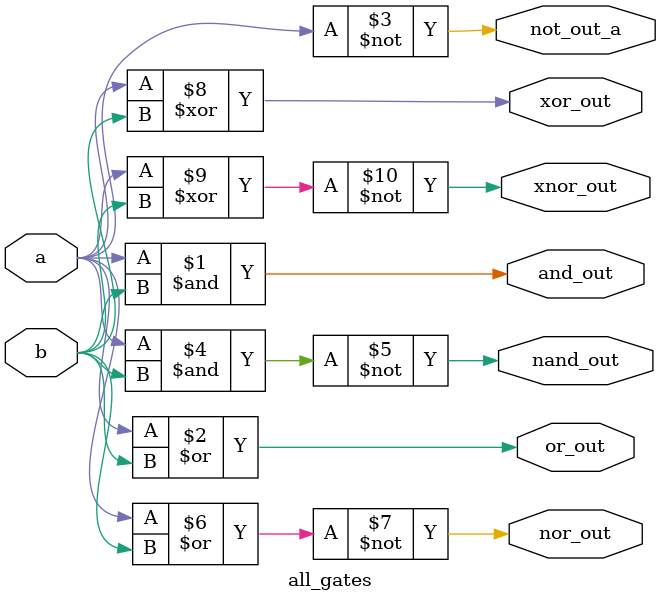
<source format=v>
module all_gates (
    input a, b,
    output and_out, or_out, not_out_a, nand_out, nor_out, xor_out, xnor_out
);
    assign and_out  = a & b;    // AND gate
    assign or_out   = a | b;    // OR gate
    assign not_out_a = ~a;      // NOT gate
    assign nand_out = ~(a & b); // NAND gate
    assign nor_out  = ~(a | b); // NOR gate
    assign xor_out  = a ^ b;    // XOR gate
    assign xnor_out = ~(a ^ b); // XNOR gate

endmodule

</source>
